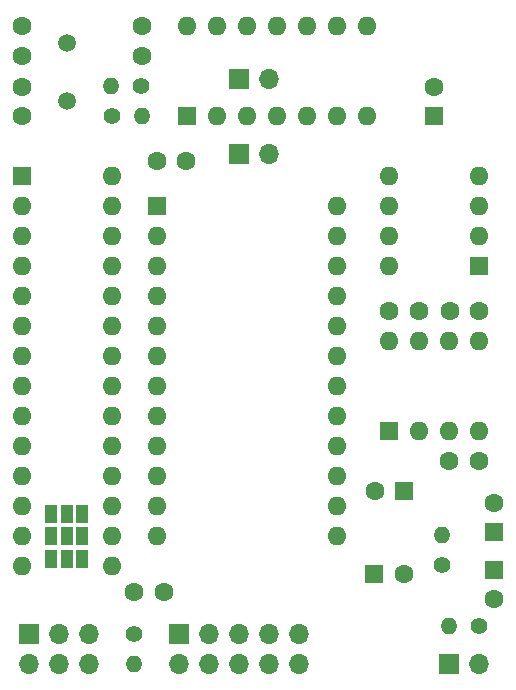
<source format=gbs>
G04 #@! TF.GenerationSoftware,KiCad,Pcbnew,6.0.4+dfsg-1+b1*
G04 #@! TF.CreationDate,2022-04-24T01:38:02+03:00*
G04 #@! TF.ProjectId,yatabaza-synth,79617461-6261-47a6-912d-73796e74682e,rev?*
G04 #@! TF.SameCoordinates,Original*
G04 #@! TF.FileFunction,Soldermask,Bot*
G04 #@! TF.FilePolarity,Negative*
%FSLAX46Y46*%
G04 Gerber Fmt 4.6, Leading zero omitted, Abs format (unit mm)*
G04 Created by KiCad (PCBNEW 6.0.4+dfsg-1+b1) date 2022-04-24 01:38:02*
%MOMM*%
%LPD*%
G01*
G04 APERTURE LIST*
%ADD10C,1.600000*%
%ADD11R,1.600000X1.600000*%
%ADD12C,1.400000*%
%ADD13O,1.400000X1.400000*%
%ADD14O,1.600000X1.600000*%
%ADD15C,1.500000*%
%ADD16R,1.700000X1.700000*%
%ADD17O,1.700000X1.700000*%
%ADD18R,1.000000X1.500000*%
G04 APERTURE END LIST*
D10*
X48895000Y-39370000D03*
X51395000Y-39370000D03*
X53975000Y-52070000D03*
X56475000Y-52070000D03*
D11*
X50165000Y-54610000D03*
D10*
X47665000Y-54610000D03*
D11*
X47625000Y-61595000D03*
D10*
X50125000Y-61595000D03*
X27325000Y-63182500D03*
X29825000Y-63182500D03*
X29210000Y-26670000D03*
X31710000Y-26670000D03*
X27940000Y-15240000D03*
X27940000Y-17740000D03*
X56515000Y-39370000D03*
X54015000Y-39370000D03*
X17780000Y-22860000D03*
X17780000Y-20360000D03*
X17780000Y-15240000D03*
X17780000Y-17740000D03*
D11*
X52705000Y-22860000D03*
D10*
X52705000Y-20360000D03*
D11*
X57785000Y-61277500D03*
D10*
X57785000Y-63777500D03*
D11*
X57785000Y-58102500D03*
D10*
X57785000Y-55602500D03*
D12*
X25450000Y-22860000D03*
D13*
X27990000Y-22860000D03*
D12*
X27890000Y-20310000D03*
D13*
X25350000Y-20310000D03*
D12*
X56515000Y-66040000D03*
D13*
X53975000Y-66040000D03*
D11*
X17780000Y-27940000D03*
D14*
X17780000Y-30480000D03*
X17780000Y-33020000D03*
X17780000Y-35560000D03*
X17780000Y-38100000D03*
X17780000Y-40640000D03*
X17780000Y-43180000D03*
X17780000Y-45720000D03*
X17780000Y-48260000D03*
X17780000Y-50800000D03*
X17780000Y-53340000D03*
X17780000Y-55880000D03*
X17780000Y-58420000D03*
X17780000Y-60960000D03*
X25400000Y-60960000D03*
X25400000Y-58420000D03*
X25400000Y-55880000D03*
X25400000Y-53340000D03*
X25400000Y-50800000D03*
X25400000Y-48260000D03*
X25400000Y-45720000D03*
X25400000Y-43180000D03*
X25400000Y-40640000D03*
X25400000Y-38100000D03*
X25400000Y-35560000D03*
X25400000Y-33020000D03*
X25400000Y-30480000D03*
X25400000Y-27940000D03*
D11*
X29210000Y-30480000D03*
D14*
X29210000Y-33020000D03*
X29210000Y-35560000D03*
X29210000Y-38100000D03*
X29210000Y-40640000D03*
X29210000Y-43180000D03*
X29210000Y-45720000D03*
X29210000Y-48260000D03*
X29210000Y-50800000D03*
X29210000Y-53340000D03*
X29210000Y-55880000D03*
X29210000Y-58420000D03*
X44450000Y-58420000D03*
X44450000Y-55880000D03*
X44450000Y-53340000D03*
X44450000Y-50800000D03*
X44450000Y-48260000D03*
X44450000Y-45720000D03*
X44450000Y-43180000D03*
X44450000Y-40640000D03*
X44450000Y-38100000D03*
X44450000Y-35560000D03*
X44450000Y-33020000D03*
X44450000Y-30480000D03*
D11*
X31750000Y-22860000D03*
D14*
X34290000Y-22860000D03*
X36830000Y-22860000D03*
X39370000Y-22860000D03*
X41910000Y-22860000D03*
X44450000Y-22860000D03*
X46990000Y-22860000D03*
X46990000Y-15240000D03*
X44450000Y-15240000D03*
X41910000Y-15240000D03*
X39370000Y-15240000D03*
X36830000Y-15240000D03*
X34290000Y-15240000D03*
X31750000Y-15240000D03*
D11*
X56515000Y-35560000D03*
D14*
X56515000Y-33020000D03*
X56515000Y-30480000D03*
X56515000Y-27940000D03*
X48895000Y-27940000D03*
X48895000Y-30480000D03*
X48895000Y-33020000D03*
X48895000Y-35560000D03*
D11*
X48895000Y-49530000D03*
D14*
X51435000Y-49530000D03*
X53975000Y-49530000D03*
X56515000Y-49530000D03*
X56515000Y-41910000D03*
X53975000Y-41910000D03*
X51435000Y-41910000D03*
X48895000Y-41910000D03*
D15*
X21590000Y-21590000D03*
X21590000Y-16710000D03*
D12*
X27305000Y-66675000D03*
D13*
X27305000Y-69215000D03*
D12*
X53340000Y-60910000D03*
D13*
X53340000Y-58370000D03*
D16*
X31115000Y-66675000D03*
D17*
X31115000Y-69215000D03*
X33655000Y-66675000D03*
X33655000Y-69215000D03*
X36195000Y-66675000D03*
X36195000Y-69215000D03*
X38735000Y-66675000D03*
X38735000Y-69215000D03*
X41275000Y-66675000D03*
X41275000Y-69215000D03*
D18*
X22890000Y-60325000D03*
X21590000Y-60325000D03*
X20290000Y-60325000D03*
X22890000Y-58420000D03*
X21590000Y-58420000D03*
X20290000Y-58420000D03*
X22890000Y-56515000D03*
X21590000Y-56515000D03*
X20290000Y-56515000D03*
D16*
X36195000Y-19685000D03*
D17*
X38735000Y-19685000D03*
D16*
X18415000Y-66675000D03*
D17*
X18415000Y-69215000D03*
X20955000Y-66675000D03*
X20955000Y-69215000D03*
X23495000Y-66675000D03*
X23495000Y-69215000D03*
D16*
X53975000Y-69215000D03*
D17*
X56515000Y-69215000D03*
D16*
X36195000Y-26035000D03*
D17*
X38735000Y-26035000D03*
M02*

</source>
